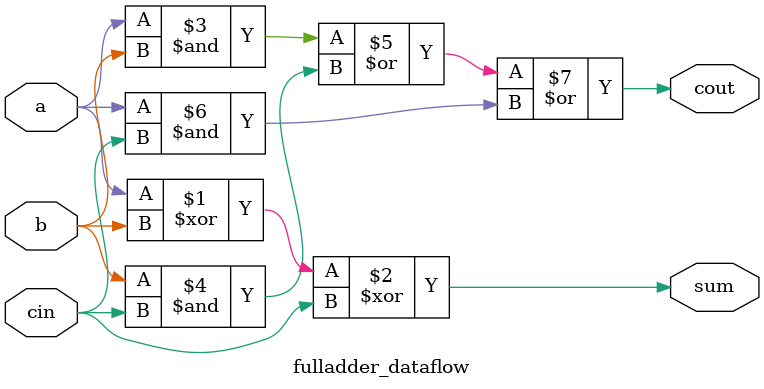
<source format=v>
module fulladder_dataflow(
    input  a,
    input  b,
    input  cin,
    output sum,
    output cout
);
    assign sum = a ^ b ^ cin;
    assign cout = (a & b) | (b & cin) | (a & cin);
endmodule

</source>
